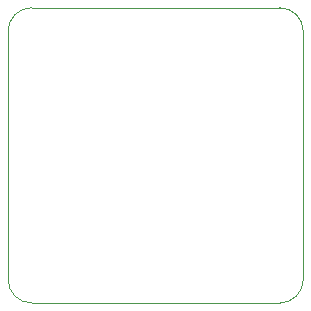
<source format=gm1>
G04 #@! TF.GenerationSoftware,KiCad,Pcbnew,9.0.2*
G04 #@! TF.CreationDate,2025-12-01T11:38:31+01:00*
G04 #@! TF.ProjectId,PCB,5043422e-6b69-4636-9164-5f7063625858,rev?*
G04 #@! TF.SameCoordinates,Original*
G04 #@! TF.FileFunction,Profile,NP*
%FSLAX46Y46*%
G04 Gerber Fmt 4.6, Leading zero omitted, Abs format (unit mm)*
G04 Created by KiCad (PCBNEW 9.0.2) date 2025-12-01 11:38:31*
%MOMM*%
%LPD*%
G01*
G04 APERTURE LIST*
G04 #@! TA.AperFunction,Profile*
%ADD10C,0.100000*%
G04 #@! TD*
G04 APERTURE END LIST*
D10*
X87500000Y-89500000D02*
X87500000Y-110500000D01*
X110500000Y-87500000D02*
G75*
G02*
X112500000Y-89500000I0J-2000000D01*
G01*
X89500000Y-112500000D02*
X110500000Y-112500000D01*
X112500000Y-110500000D02*
X112500000Y-89500000D01*
X87500000Y-89500000D02*
G75*
G02*
X89500000Y-87500000I2000000J0D01*
G01*
X89500000Y-112500000D02*
G75*
G02*
X87500000Y-110500000I0J2000000D01*
G01*
X112500000Y-110500000D02*
G75*
G02*
X110500000Y-112500000I-2000000J0D01*
G01*
X110500000Y-87500000D02*
X89500000Y-87500000D01*
M02*

</source>
